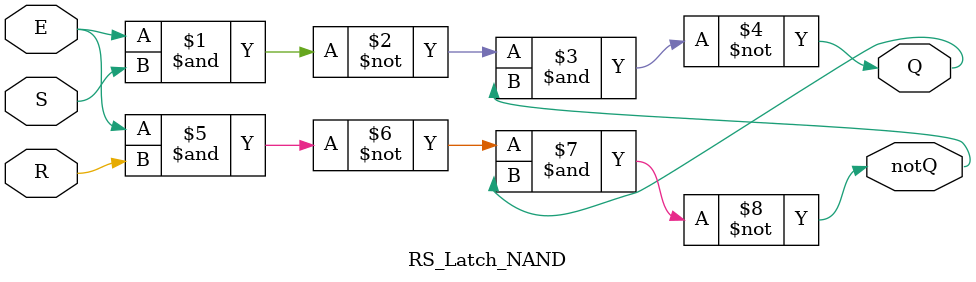
<source format=v>
`timescale 1ns / 1ps

module RS_Latch_NAND (
    input R,S,E,
    output Q, notQ
);

    assign Q = ~(~(E & S) & notQ);
    assign notQ = ~(~(E & R) & Q);

endmodule

</source>
